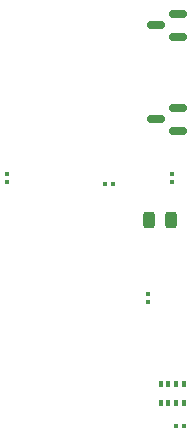
<source format=gtp>
G04 #@! TF.GenerationSoftware,KiCad,Pcbnew,8.0.1*
G04 #@! TF.CreationDate,2024-04-25T21:13:49-06:00*
G04 #@! TF.ProjectId,Small_PCB,536d616c-6c5f-4504-9342-2e6b69636164,rev?*
G04 #@! TF.SameCoordinates,Original*
G04 #@! TF.FileFunction,Paste,Top*
G04 #@! TF.FilePolarity,Positive*
%FSLAX46Y46*%
G04 Gerber Fmt 4.6, Leading zero omitted, Abs format (unit mm)*
G04 Created by KiCad (PCBNEW 8.0.1) date 2024-04-25 21:13:49*
%MOMM*%
%LPD*%
G01*
G04 APERTURE LIST*
G04 Aperture macros list*
%AMRoundRect*
0 Rectangle with rounded corners*
0 $1 Rounding radius*
0 $2 $3 $4 $5 $6 $7 $8 $9 X,Y pos of 4 corners*
0 Add a 4 corners polygon primitive as box body*
4,1,4,$2,$3,$4,$5,$6,$7,$8,$9,$2,$3,0*
0 Add four circle primitives for the rounded corners*
1,1,$1+$1,$2,$3*
1,1,$1+$1,$4,$5*
1,1,$1+$1,$6,$7*
1,1,$1+$1,$8,$9*
0 Add four rect primitives between the rounded corners*
20,1,$1+$1,$2,$3,$4,$5,0*
20,1,$1+$1,$4,$5,$6,$7,0*
20,1,$1+$1,$6,$7,$8,$9,0*
20,1,$1+$1,$8,$9,$2,$3,0*%
G04 Aperture macros list end*
%ADD10RoundRect,0.150000X0.587500X0.150000X-0.587500X0.150000X-0.587500X-0.150000X0.587500X-0.150000X0*%
%ADD11RoundRect,0.079500X-0.100500X0.079500X-0.100500X-0.079500X0.100500X-0.079500X0.100500X0.079500X0*%
%ADD12RoundRect,0.243750X-0.243750X-0.456250X0.243750X-0.456250X0.243750X0.456250X-0.243750X0.456250X0*%
%ADD13RoundRect,0.079500X-0.079500X-0.100500X0.079500X-0.100500X0.079500X0.100500X-0.079500X0.100500X0*%
%ADD14R,0.350000X0.500000*%
%ADD15RoundRect,0.079500X0.100500X-0.079500X0.100500X0.079500X-0.100500X0.079500X-0.100500X-0.079500X0*%
G04 APERTURE END LIST*
D10*
X113000000Y-69835000D03*
X113000000Y-67935000D03*
X111125000Y-68885000D03*
D11*
X112500000Y-81490000D03*
X112500000Y-82180000D03*
D12*
X110562500Y-85335000D03*
X112437500Y-85335000D03*
D13*
X112835000Y-102835000D03*
X113525000Y-102835000D03*
D14*
X111550000Y-99235000D03*
X112200000Y-99235000D03*
X112850000Y-99235000D03*
X113500000Y-99235000D03*
X113500000Y-100835000D03*
X112850000Y-100835000D03*
X112200000Y-100835000D03*
X111550000Y-100835000D03*
D15*
X98500000Y-82180000D03*
X98500000Y-81490000D03*
D10*
X113000000Y-77785000D03*
X113000000Y-75885000D03*
X111125000Y-76835000D03*
D11*
X110500000Y-91645000D03*
X110500000Y-92335000D03*
D13*
X106835000Y-82335000D03*
X107525000Y-82335000D03*
M02*

</source>
